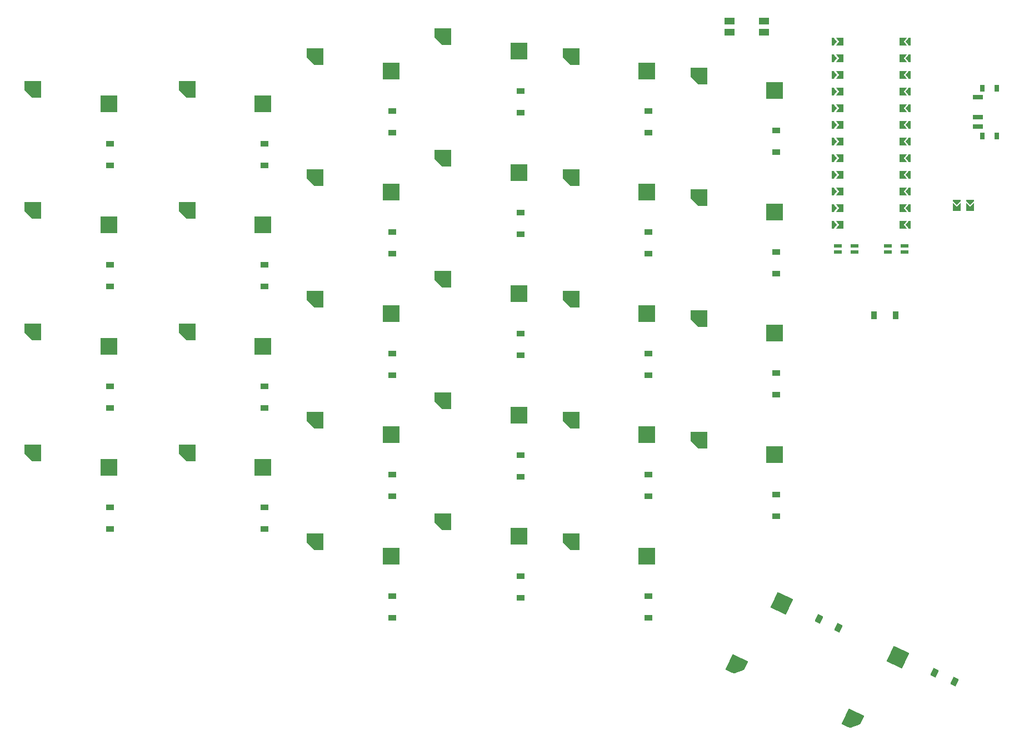
<source format=gbr>
%TF.GenerationSoftware,KiCad,Pcbnew,8.0.4*%
%TF.CreationDate,2024-07-28T16:02:37-05:00*%
%TF.ProjectId,reversible,72657665-7273-4696-926c-652e6b696361,0.5.0*%
%TF.SameCoordinates,Original*%
%TF.FileFunction,Paste,Bot*%
%TF.FilePolarity,Positive*%
%FSLAX46Y46*%
G04 Gerber Fmt 4.6, Leading zero omitted, Abs format (unit mm)*
G04 Created by KiCad (PCBNEW 8.0.4) date 2024-07-28 16:02:37*
%MOMM*%
%LPD*%
G01*
G04 APERTURE LIST*
G04 Aperture macros list*
%AMRotRect*
0 Rectangle, with rotation*
0 The origin of the aperture is its center*
0 $1 length*
0 $2 width*
0 $3 Rotation angle, in degrees counterclockwise*
0 Add horizontal line*
21,1,$1,$2,0,0,$3*%
%AMOutline5P*
0 Free polygon, 5 corners , with rotation*
0 The origin of the aperture is its center*
0 number of corners: always 5*
0 $1 to $10 corner X, Y*
0 $11 Rotation angle, in degrees counterclockwise*
0 create outline with 5 corners*
4,1,5,$1,$2,$3,$4,$5,$6,$7,$8,$9,$10,$1,$2,$11*%
%AMOutline6P*
0 Free polygon, 6 corners , with rotation*
0 The origin of the aperture is its center*
0 number of corners: always 6*
0 $1 to $12 corner X, Y*
0 $13 Rotation angle, in degrees counterclockwise*
0 create outline with 6 corners*
4,1,6,$1,$2,$3,$4,$5,$6,$7,$8,$9,$10,$11,$12,$1,$2,$13*%
%AMOutline7P*
0 Free polygon, 7 corners , with rotation*
0 The origin of the aperture is its center*
0 number of corners: always 7*
0 $1 to $14 corner X, Y*
0 $15 Rotation angle, in degrees counterclockwise*
0 create outline with 7 corners*
4,1,7,$1,$2,$3,$4,$5,$6,$7,$8,$9,$10,$11,$12,$13,$14,$1,$2,$15*%
%AMOutline8P*
0 Free polygon, 8 corners , with rotation*
0 The origin of the aperture is its center*
0 number of corners: always 8*
0 $1 to $16 corner X, Y*
0 $17 Rotation angle, in degrees counterclockwise*
0 create outline with 8 corners*
4,1,8,$1,$2,$3,$4,$5,$6,$7,$8,$9,$10,$11,$12,$13,$14,$15,$16,$1,$2,$17*%
%AMFreePoly0*
4,1,6,0.600000,-1.000000,0.000000,-0.400000,-0.600000,-1.000000,-0.600000,0.250000,0.600000,0.250000,0.600000,-1.000000,0.600000,-1.000000,$1*%
%AMFreePoly1*
4,1,6,0.600000,-0.200000,0.600000,-0.400000,-0.600000,-0.400000,-0.600000,-0.200000,0.000000,0.400000,0.600000,-0.200000,0.600000,-0.200000,$1*%
%AMFreePoly2*
4,1,6,0.250000,0.000000,-0.250000,-0.625000,-0.500000,-0.625000,-0.500000,0.625000,-0.250000,0.625000,0.250000,0.000000,0.250000,0.000000,$1*%
%AMFreePoly3*
4,1,6,0.500000,-0.625000,-0.650000,-0.625000,-0.150000,0.000000,-0.650000,0.625000,0.500000,0.625000,0.500000,-0.625000,0.500000,-0.625000,$1*%
G04 Aperture macros list end*
%ADD10FreePoly0,180.000000*%
%ADD11FreePoly1,180.000000*%
%ADD12R,1.550000X1.000000*%
%ADD13R,1.200000X0.600000*%
%ADD14FreePoly2,180.000000*%
%ADD15FreePoly2,0.000000*%
%ADD16FreePoly3,0.000000*%
%ADD17FreePoly3,180.000000*%
%ADD18R,0.800000X1.000000*%
%ADD19R,1.500000X0.700000*%
%ADD20Outline5P,-1.300000X1.300000X1.300000X1.300000X1.300000X-1.300000X-0.117000X-1.300000X-1.300000X-0.117000X0.000000*%
%ADD21R,2.600000X2.600000*%
%ADD22R,1.200000X0.900000*%
%ADD23Outline5P,-1.300000X1.300000X1.300000X1.300000X1.300000X-1.300000X-0.117000X-1.300000X-1.300000X-0.117000X65.000000*%
%ADD24RotRect,2.600000X2.600000X65.000000*%
%ADD25RotRect,0.900000X1.200000X155.000000*%
%ADD26R,0.900000X1.200000*%
G04 APERTURE END LIST*
D10*
%TO.C,JST1*%
X168999996Y-46718381D03*
X166999996Y-46718380D03*
D11*
X166999993Y-45702381D03*
X168999997Y-45702379D03*
%TD*%
D12*
%TO.C,RST1*%
X132374994Y-18052381D03*
X132374995Y-19752380D03*
X137624995Y-18052380D03*
X137624996Y-19752379D03*
%TD*%
D13*
%TO.C,DISP1*%
X159079998Y-53250000D03*
X156539997Y-53250000D03*
X151459997Y-53249999D03*
X148919998Y-53249999D03*
X159079997Y-52350000D03*
X156539996Y-52349999D03*
X151459998Y-52349998D03*
X148919997Y-52349999D03*
%TD*%
D14*
%TO.C,MCU1*%
X159499993Y-21202381D03*
X159499997Y-23742383D03*
X159499994Y-26282381D03*
X159499995Y-28822382D03*
X159499996Y-31362383D03*
X159499995Y-33902382D03*
X159499996Y-36442382D03*
X159499995Y-38982383D03*
X159499996Y-41522383D03*
X159499997Y-44062381D03*
X159499993Y-46602382D03*
X159499995Y-49142382D03*
D15*
X148499995Y-49142380D03*
X148499997Y-46602383D03*
X148499993Y-44062381D03*
X148499996Y-41522383D03*
X148499995Y-38982382D03*
X148499994Y-36442381D03*
X148499995Y-33902382D03*
X148499994Y-31362382D03*
X148499995Y-28822381D03*
X148499994Y-26282381D03*
X148499993Y-23742383D03*
X148499997Y-21202382D03*
D16*
X149224992Y-21202382D03*
X149224996Y-23742382D03*
X149224994Y-26282382D03*
X149224994Y-28822381D03*
X149224995Y-31362380D03*
X149224995Y-33902382D03*
X149224997Y-36442383D03*
X149224994Y-38982382D03*
X149224995Y-41522382D03*
X149224995Y-44062381D03*
X149224996Y-46602383D03*
X149224994Y-49142382D03*
D17*
X158774996Y-49142382D03*
X158774998Y-46602382D03*
X158774994Y-44062382D03*
X158774996Y-41522382D03*
X158774996Y-38982383D03*
X158774995Y-36442384D03*
X158774995Y-33902382D03*
X158774993Y-31362381D03*
X158774996Y-28822382D03*
X158774995Y-26282382D03*
X158774995Y-23742383D03*
X158774994Y-21202381D03*
%TD*%
D18*
%TO.C,PWR1*%
X170914992Y-28252380D03*
X170914992Y-35552380D03*
X173124992Y-28252381D03*
X173124992Y-35552379D03*
D19*
X170264992Y-29652380D03*
X170264994Y-32652380D03*
X170264993Y-34152379D03*
%TD*%
D20*
%TO.C,S15*%
X88724997Y-75952380D03*
D21*
X100274997Y-78152380D03*
%TD*%
D22*
%TO.C,D23*%
X119999995Y-35052380D03*
X119999995Y-31752384D03*
%TD*%
D20*
%TO.C,S9*%
X69224994Y-97452381D03*
D21*
X80774994Y-99652381D03*
%TD*%
D22*
%TO.C,D5*%
X61499995Y-95552379D03*
X61499995Y-92252383D03*
%TD*%
D23*
%TO.C,S28*%
X133478009Y-116369950D03*
D24*
X140353123Y-106831852D03*
%TD*%
D25*
%TO.C,D29*%
X166640507Y-118841599D03*
X163649689Y-117446963D03*
%TD*%
D20*
%TO.C,S16*%
X88724994Y-57452380D03*
D21*
X100274994Y-59652380D03*
%TD*%
D20*
%TO.C,S22*%
X108224997Y-41952378D03*
D21*
X119774997Y-44152378D03*
%TD*%
D22*
%TO.C,D13*%
X80999996Y-35052376D03*
X80999996Y-31752380D03*
%TD*%
D20*
%TO.C,S21*%
X108224997Y-60452380D03*
D21*
X119774997Y-62652380D03*
%TD*%
D22*
%TO.C,D17*%
X100499996Y-50552377D03*
X100499996Y-47252381D03*
%TD*%
D20*
%TO.C,S10*%
X69224997Y-78952378D03*
D21*
X80774997Y-81152378D03*
%TD*%
D23*
%TO.C,S29*%
X151151010Y-124611008D03*
D24*
X158026124Y-115072910D03*
%TD*%
D22*
%TO.C,D6*%
X61499999Y-77052373D03*
X61499999Y-73752377D03*
%TD*%
%TO.C,D1*%
X37999996Y-95552379D03*
X37999996Y-92252383D03*
%TD*%
D26*
%TO.C,D30*%
X157649996Y-62902380D03*
X154350000Y-62902380D03*
%TD*%
D20*
%TO.C,S24*%
X127724995Y-81952378D03*
D21*
X139274995Y-84152378D03*
%TD*%
D20*
%TO.C,S8*%
X49724996Y-28452375D03*
D21*
X61274996Y-30652375D03*
%TD*%
D22*
%TO.C,D12*%
X80999994Y-53552375D03*
X80999994Y-50252379D03*
%TD*%
D20*
%TO.C,S11*%
X69225000Y-60452379D03*
D21*
X80775000Y-62652379D03*
%TD*%
D22*
%TO.C,D18*%
X100499996Y-32052377D03*
X100499996Y-28752381D03*
%TD*%
D20*
%TO.C,S27*%
X127724997Y-26452375D03*
D21*
X139274997Y-28652375D03*
%TD*%
D22*
%TO.C,D25*%
X139499999Y-75052375D03*
X139499999Y-71752379D03*
%TD*%
%TO.C,D19*%
X119999995Y-109052379D03*
X119999995Y-105752383D03*
%TD*%
D20*
%TO.C,S4*%
X26224998Y-28452381D03*
D21*
X37774998Y-30652381D03*
%TD*%
D22*
%TO.C,D11*%
X80999995Y-72052380D03*
X80999995Y-68752384D03*
%TD*%
D20*
%TO.C,S7*%
X49724994Y-46952380D03*
D21*
X61274994Y-49152380D03*
%TD*%
D22*
%TO.C,D24*%
X139500000Y-93552378D03*
X139500000Y-90252382D03*
%TD*%
D20*
%TO.C,S14*%
X88724998Y-94452379D03*
D21*
X100274998Y-96652379D03*
%TD*%
D22*
%TO.C,D20*%
X119999996Y-90552376D03*
X119999996Y-87252380D03*
%TD*%
%TO.C,D27*%
X139500001Y-38052378D03*
X139500001Y-34752382D03*
%TD*%
%TO.C,D9*%
X80999996Y-109052377D03*
X80999996Y-105752381D03*
%TD*%
%TO.C,D10*%
X80999995Y-90552377D03*
X80999995Y-87252381D03*
%TD*%
D20*
%TO.C,S1*%
X26224993Y-83952377D03*
D21*
X37774993Y-86152377D03*
%TD*%
D20*
%TO.C,S12*%
X69225000Y-41952380D03*
D21*
X80775000Y-44152380D03*
%TD*%
D22*
%TO.C,D3*%
X37999998Y-58552374D03*
X37999998Y-55252378D03*
%TD*%
D20*
%TO.C,S5*%
X49724997Y-83952379D03*
D21*
X61274997Y-86152379D03*
%TD*%
D20*
%TO.C,S2*%
X26224997Y-65452378D03*
D21*
X37774997Y-67652378D03*
%TD*%
D25*
%TO.C,D28*%
X148967510Y-110600539D03*
X145976692Y-109205903D03*
%TD*%
D22*
%TO.C,D16*%
X100499993Y-69052377D03*
X100499993Y-65752381D03*
%TD*%
D20*
%TO.C,S26*%
X127724995Y-44952383D03*
D21*
X139274995Y-47152383D03*
%TD*%
D22*
%TO.C,D2*%
X37999993Y-77052378D03*
X37999993Y-73752382D03*
%TD*%
D20*
%TO.C,S25*%
X127724994Y-63452379D03*
D21*
X139274994Y-65652379D03*
%TD*%
D22*
%TO.C,D7*%
X61499993Y-58552381D03*
X61499993Y-55252385D03*
%TD*%
%TO.C,D22*%
X119999990Y-53552374D03*
X119999990Y-50252378D03*
%TD*%
%TO.C,D21*%
X119999995Y-72052378D03*
X119999995Y-68752382D03*
%TD*%
%TO.C,D4*%
X37999992Y-40052379D03*
X37999992Y-36752383D03*
%TD*%
%TO.C,D14*%
X100499993Y-106052376D03*
X100499993Y-102752380D03*
%TD*%
D20*
%TO.C,S17*%
X88724999Y-38952376D03*
D21*
X100274999Y-41152376D03*
%TD*%
D20*
%TO.C,S13*%
X69224993Y-23452383D03*
D21*
X80774993Y-25652383D03*
%TD*%
D20*
%TO.C,S19*%
X108224997Y-97452381D03*
D21*
X119774997Y-99652381D03*
%TD*%
D20*
%TO.C,S20*%
X108224995Y-78952376D03*
D21*
X119774995Y-81152376D03*
%TD*%
D20*
%TO.C,S3*%
X26224995Y-46952380D03*
D21*
X37774995Y-49152380D03*
%TD*%
D22*
%TO.C,D15*%
X100499994Y-87552376D03*
X100499994Y-84252380D03*
%TD*%
%TO.C,D26*%
X139499998Y-56552378D03*
X139499998Y-53252382D03*
%TD*%
D20*
%TO.C,S18*%
X88725000Y-20452384D03*
D21*
X100275000Y-22652384D03*
%TD*%
D22*
%TO.C,D8*%
X61499995Y-40052379D03*
X61499995Y-36752383D03*
%TD*%
D20*
%TO.C,S23*%
X108224994Y-23452377D03*
D21*
X119774994Y-25652377D03*
%TD*%
D20*
%TO.C,S6*%
X49724992Y-65452378D03*
D21*
X61274992Y-67652378D03*
%TD*%
M02*

</source>
